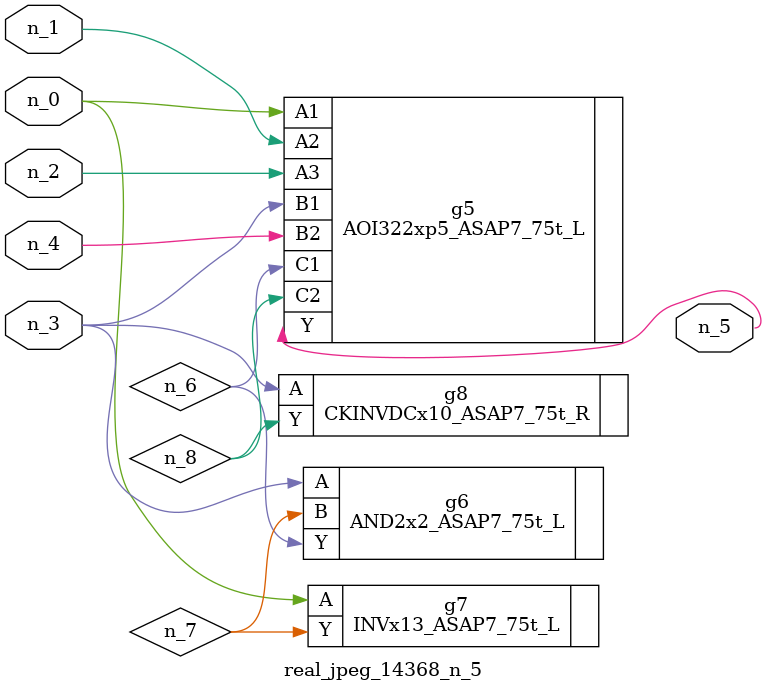
<source format=v>
module real_jpeg_14368_n_5 (n_4, n_0, n_1, n_2, n_3, n_5);

input n_4;
input n_0;
input n_1;
input n_2;
input n_3;

output n_5;

wire n_8;
wire n_6;
wire n_7;

AOI322xp5_ASAP7_75t_L g5 ( 
.A1(n_0),
.A2(n_1),
.A3(n_2),
.B1(n_3),
.B2(n_4),
.C1(n_6),
.C2(n_8),
.Y(n_5)
);

INVx13_ASAP7_75t_L g7 ( 
.A(n_0),
.Y(n_7)
);

AND2x2_ASAP7_75t_L g6 ( 
.A(n_3),
.B(n_7),
.Y(n_6)
);

CKINVDCx10_ASAP7_75t_R g8 ( 
.A(n_3),
.Y(n_8)
);


endmodule
</source>
